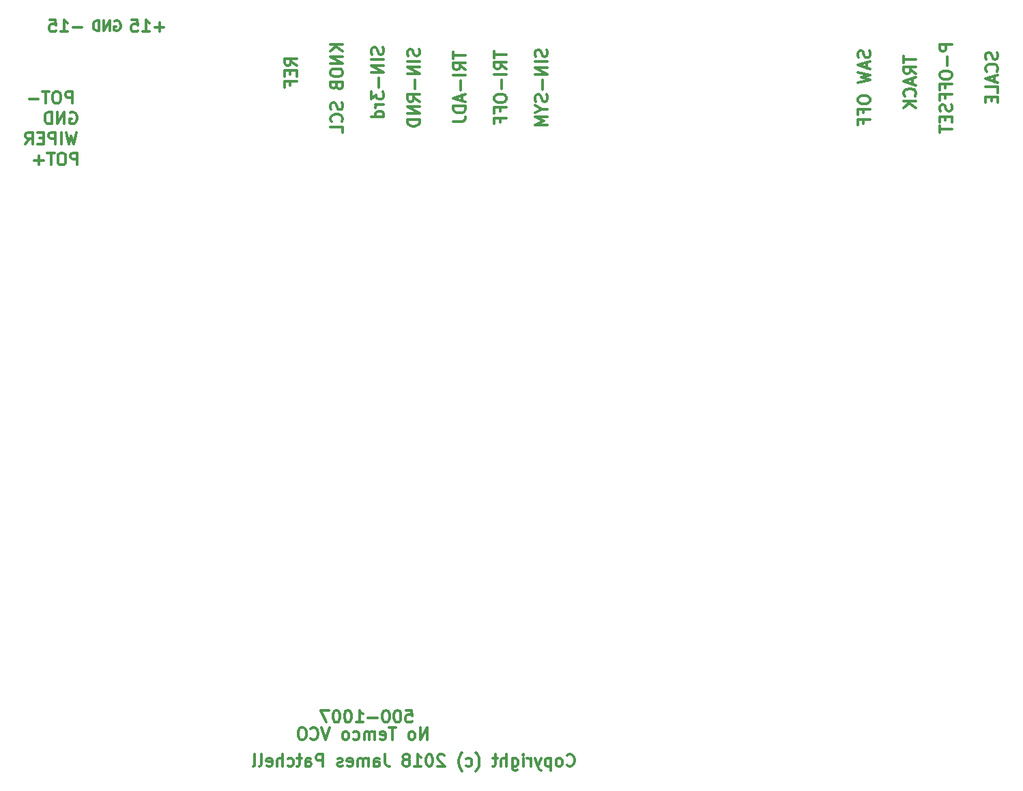
<source format=gbr>
G04 #@! TF.GenerationSoftware,KiCad,Pcbnew,(5.0.0)*
G04 #@! TF.CreationDate,2018-10-08T11:41:11-07:00*
G04 #@! TF.ProjectId,500-1007,3530302D313030372E6B696361645F70,A*
G04 #@! TF.SameCoordinates,Original*
G04 #@! TF.FileFunction,Legend,Bot*
G04 #@! TF.FilePolarity,Positive*
%FSLAX46Y46*%
G04 Gerber Fmt 4.6, Leading zero omitted, Abs format (unit mm)*
G04 Created by KiCad (PCBNEW (5.0.0)) date 10/08/18 11:41:11*
%MOMM*%
%LPD*%
G01*
G04 APERTURE LIST*
%ADD10C,0.300000*%
G04 APERTURE END LIST*
D10*
X140884285Y-132234714D02*
X140955714Y-132306142D01*
X141170000Y-132377571D01*
X141312857Y-132377571D01*
X141527142Y-132306142D01*
X141670000Y-132163285D01*
X141741428Y-132020428D01*
X141812857Y-131734714D01*
X141812857Y-131520428D01*
X141741428Y-131234714D01*
X141670000Y-131091857D01*
X141527142Y-130949000D01*
X141312857Y-130877571D01*
X141170000Y-130877571D01*
X140955714Y-130949000D01*
X140884285Y-131020428D01*
X140027142Y-132377571D02*
X140170000Y-132306142D01*
X140241428Y-132234714D01*
X140312857Y-132091857D01*
X140312857Y-131663285D01*
X140241428Y-131520428D01*
X140170000Y-131449000D01*
X140027142Y-131377571D01*
X139812857Y-131377571D01*
X139670000Y-131449000D01*
X139598571Y-131520428D01*
X139527142Y-131663285D01*
X139527142Y-132091857D01*
X139598571Y-132234714D01*
X139670000Y-132306142D01*
X139812857Y-132377571D01*
X140027142Y-132377571D01*
X138884285Y-131377571D02*
X138884285Y-132877571D01*
X138884285Y-131449000D02*
X138741428Y-131377571D01*
X138455714Y-131377571D01*
X138312857Y-131449000D01*
X138241428Y-131520428D01*
X138170000Y-131663285D01*
X138170000Y-132091857D01*
X138241428Y-132234714D01*
X138312857Y-132306142D01*
X138455714Y-132377571D01*
X138741428Y-132377571D01*
X138884285Y-132306142D01*
X137670000Y-131377571D02*
X137312857Y-132377571D01*
X136955714Y-131377571D02*
X137312857Y-132377571D01*
X137455714Y-132734714D01*
X137527142Y-132806142D01*
X137670000Y-132877571D01*
X136384285Y-132377571D02*
X136384285Y-131377571D01*
X136384285Y-131663285D02*
X136312857Y-131520428D01*
X136241428Y-131449000D01*
X136098571Y-131377571D01*
X135955714Y-131377571D01*
X135455714Y-132377571D02*
X135455714Y-131377571D01*
X135455714Y-130877571D02*
X135527142Y-130949000D01*
X135455714Y-131020428D01*
X135384285Y-130949000D01*
X135455714Y-130877571D01*
X135455714Y-131020428D01*
X134098571Y-131377571D02*
X134098571Y-132591857D01*
X134170000Y-132734714D01*
X134241428Y-132806142D01*
X134384285Y-132877571D01*
X134598571Y-132877571D01*
X134741428Y-132806142D01*
X134098571Y-132306142D02*
X134241428Y-132377571D01*
X134527142Y-132377571D01*
X134670000Y-132306142D01*
X134741428Y-132234714D01*
X134812857Y-132091857D01*
X134812857Y-131663285D01*
X134741428Y-131520428D01*
X134670000Y-131449000D01*
X134527142Y-131377571D01*
X134241428Y-131377571D01*
X134098571Y-131449000D01*
X133384285Y-132377571D02*
X133384285Y-130877571D01*
X132741428Y-132377571D02*
X132741428Y-131591857D01*
X132812857Y-131449000D01*
X132955714Y-131377571D01*
X133170000Y-131377571D01*
X133312857Y-131449000D01*
X133384285Y-131520428D01*
X132241428Y-131377571D02*
X131670000Y-131377571D01*
X132027142Y-130877571D02*
X132027142Y-132163285D01*
X131955714Y-132306142D01*
X131812857Y-132377571D01*
X131670000Y-132377571D01*
X129598571Y-132949000D02*
X129670000Y-132877571D01*
X129812857Y-132663285D01*
X129884285Y-132520428D01*
X129955714Y-132306142D01*
X130027142Y-131949000D01*
X130027142Y-131663285D01*
X129955714Y-131306142D01*
X129884285Y-131091857D01*
X129812857Y-130949000D01*
X129670000Y-130734714D01*
X129598571Y-130663285D01*
X128384285Y-132306142D02*
X128527142Y-132377571D01*
X128812857Y-132377571D01*
X128955714Y-132306142D01*
X129027142Y-132234714D01*
X129098571Y-132091857D01*
X129098571Y-131663285D01*
X129027142Y-131520428D01*
X128955714Y-131449000D01*
X128812857Y-131377571D01*
X128527142Y-131377571D01*
X128384285Y-131449000D01*
X127884285Y-132949000D02*
X127812857Y-132877571D01*
X127670000Y-132663285D01*
X127598571Y-132520428D01*
X127527142Y-132306142D01*
X127455714Y-131949000D01*
X127455714Y-131663285D01*
X127527142Y-131306142D01*
X127598571Y-131091857D01*
X127670000Y-130949000D01*
X127812857Y-130734714D01*
X127884285Y-130663285D01*
X125670000Y-131020428D02*
X125598571Y-130949000D01*
X125455714Y-130877571D01*
X125098571Y-130877571D01*
X124955714Y-130949000D01*
X124884285Y-131020428D01*
X124812857Y-131163285D01*
X124812857Y-131306142D01*
X124884285Y-131520428D01*
X125741428Y-132377571D01*
X124812857Y-132377571D01*
X123884285Y-130877571D02*
X123741428Y-130877571D01*
X123598571Y-130949000D01*
X123527142Y-131020428D01*
X123455714Y-131163285D01*
X123384285Y-131449000D01*
X123384285Y-131806142D01*
X123455714Y-132091857D01*
X123527142Y-132234714D01*
X123598571Y-132306142D01*
X123741428Y-132377571D01*
X123884285Y-132377571D01*
X124027142Y-132306142D01*
X124098571Y-132234714D01*
X124170000Y-132091857D01*
X124241428Y-131806142D01*
X124241428Y-131449000D01*
X124170000Y-131163285D01*
X124098571Y-131020428D01*
X124027142Y-130949000D01*
X123884285Y-130877571D01*
X121955714Y-132377571D02*
X122812857Y-132377571D01*
X122384285Y-132377571D02*
X122384285Y-130877571D01*
X122527142Y-131091857D01*
X122670000Y-131234714D01*
X122812857Y-131306142D01*
X121098571Y-131520428D02*
X121241428Y-131449000D01*
X121312857Y-131377571D01*
X121384285Y-131234714D01*
X121384285Y-131163285D01*
X121312857Y-131020428D01*
X121241428Y-130949000D01*
X121098571Y-130877571D01*
X120812857Y-130877571D01*
X120670000Y-130949000D01*
X120598571Y-131020428D01*
X120527142Y-131163285D01*
X120527142Y-131234714D01*
X120598571Y-131377571D01*
X120670000Y-131449000D01*
X120812857Y-131520428D01*
X121098571Y-131520428D01*
X121241428Y-131591857D01*
X121312857Y-131663285D01*
X121384285Y-131806142D01*
X121384285Y-132091857D01*
X121312857Y-132234714D01*
X121241428Y-132306142D01*
X121098571Y-132377571D01*
X120812857Y-132377571D01*
X120670000Y-132306142D01*
X120598571Y-132234714D01*
X120527142Y-132091857D01*
X120527142Y-131806142D01*
X120598571Y-131663285D01*
X120670000Y-131591857D01*
X120812857Y-131520428D01*
X118312857Y-130877571D02*
X118312857Y-131949000D01*
X118384285Y-132163285D01*
X118527142Y-132306142D01*
X118741428Y-132377571D01*
X118884285Y-132377571D01*
X116955714Y-132377571D02*
X116955714Y-131591857D01*
X117027142Y-131449000D01*
X117170000Y-131377571D01*
X117455714Y-131377571D01*
X117598571Y-131449000D01*
X116955714Y-132306142D02*
X117098571Y-132377571D01*
X117455714Y-132377571D01*
X117598571Y-132306142D01*
X117670000Y-132163285D01*
X117670000Y-132020428D01*
X117598571Y-131877571D01*
X117455714Y-131806142D01*
X117098571Y-131806142D01*
X116955714Y-131734714D01*
X116241428Y-132377571D02*
X116241428Y-131377571D01*
X116241428Y-131520428D02*
X116170000Y-131449000D01*
X116027142Y-131377571D01*
X115812857Y-131377571D01*
X115670000Y-131449000D01*
X115598571Y-131591857D01*
X115598571Y-132377571D01*
X115598571Y-131591857D02*
X115527142Y-131449000D01*
X115384285Y-131377571D01*
X115170000Y-131377571D01*
X115027142Y-131449000D01*
X114955714Y-131591857D01*
X114955714Y-132377571D01*
X113670000Y-132306142D02*
X113812857Y-132377571D01*
X114098571Y-132377571D01*
X114241428Y-132306142D01*
X114312857Y-132163285D01*
X114312857Y-131591857D01*
X114241428Y-131449000D01*
X114098571Y-131377571D01*
X113812857Y-131377571D01*
X113670000Y-131449000D01*
X113598571Y-131591857D01*
X113598571Y-131734714D01*
X114312857Y-131877571D01*
X113027142Y-132306142D02*
X112884285Y-132377571D01*
X112598571Y-132377571D01*
X112455714Y-132306142D01*
X112384285Y-132163285D01*
X112384285Y-132091857D01*
X112455714Y-131949000D01*
X112598571Y-131877571D01*
X112812857Y-131877571D01*
X112955714Y-131806142D01*
X113027142Y-131663285D01*
X113027142Y-131591857D01*
X112955714Y-131449000D01*
X112812857Y-131377571D01*
X112598571Y-131377571D01*
X112455714Y-131449000D01*
X110598571Y-132377571D02*
X110598571Y-130877571D01*
X110027142Y-130877571D01*
X109884285Y-130949000D01*
X109812857Y-131020428D01*
X109741428Y-131163285D01*
X109741428Y-131377571D01*
X109812857Y-131520428D01*
X109884285Y-131591857D01*
X110027142Y-131663285D01*
X110598571Y-131663285D01*
X108455714Y-132377571D02*
X108455714Y-131591857D01*
X108527142Y-131449000D01*
X108670000Y-131377571D01*
X108955714Y-131377571D01*
X109098571Y-131449000D01*
X108455714Y-132306142D02*
X108598571Y-132377571D01*
X108955714Y-132377571D01*
X109098571Y-132306142D01*
X109170000Y-132163285D01*
X109170000Y-132020428D01*
X109098571Y-131877571D01*
X108955714Y-131806142D01*
X108598571Y-131806142D01*
X108455714Y-131734714D01*
X107955714Y-131377571D02*
X107384285Y-131377571D01*
X107741428Y-130877571D02*
X107741428Y-132163285D01*
X107670000Y-132306142D01*
X107527142Y-132377571D01*
X107384285Y-132377571D01*
X106241428Y-132306142D02*
X106384285Y-132377571D01*
X106670000Y-132377571D01*
X106812857Y-132306142D01*
X106884285Y-132234714D01*
X106955714Y-132091857D01*
X106955714Y-131663285D01*
X106884285Y-131520428D01*
X106812857Y-131449000D01*
X106670000Y-131377571D01*
X106384285Y-131377571D01*
X106241428Y-131449000D01*
X105598571Y-132377571D02*
X105598571Y-130877571D01*
X104955714Y-132377571D02*
X104955714Y-131591857D01*
X105027142Y-131449000D01*
X105170000Y-131377571D01*
X105384285Y-131377571D01*
X105527142Y-131449000D01*
X105598571Y-131520428D01*
X103670000Y-132306142D02*
X103812857Y-132377571D01*
X104098571Y-132377571D01*
X104241428Y-132306142D01*
X104312857Y-132163285D01*
X104312857Y-131591857D01*
X104241428Y-131449000D01*
X104098571Y-131377571D01*
X103812857Y-131377571D01*
X103670000Y-131449000D01*
X103598571Y-131591857D01*
X103598571Y-131734714D01*
X104312857Y-131877571D01*
X102741428Y-132377571D02*
X102884285Y-132306142D01*
X102955714Y-132163285D01*
X102955714Y-130877571D01*
X101955714Y-132377571D02*
X102098571Y-132306142D01*
X102170000Y-132163285D01*
X102170000Y-130877571D01*
X123534285Y-129075571D02*
X123534285Y-127575571D01*
X122677142Y-129075571D01*
X122677142Y-127575571D01*
X121748571Y-129075571D02*
X121891428Y-129004142D01*
X121962857Y-128932714D01*
X122034285Y-128789857D01*
X122034285Y-128361285D01*
X121962857Y-128218428D01*
X121891428Y-128147000D01*
X121748571Y-128075571D01*
X121534285Y-128075571D01*
X121391428Y-128147000D01*
X121320000Y-128218428D01*
X121248571Y-128361285D01*
X121248571Y-128789857D01*
X121320000Y-128932714D01*
X121391428Y-129004142D01*
X121534285Y-129075571D01*
X121748571Y-129075571D01*
X119677142Y-127575571D02*
X118820000Y-127575571D01*
X119248571Y-129075571D02*
X119248571Y-127575571D01*
X117748571Y-129004142D02*
X117891428Y-129075571D01*
X118177142Y-129075571D01*
X118320000Y-129004142D01*
X118391428Y-128861285D01*
X118391428Y-128289857D01*
X118320000Y-128147000D01*
X118177142Y-128075571D01*
X117891428Y-128075571D01*
X117748571Y-128147000D01*
X117677142Y-128289857D01*
X117677142Y-128432714D01*
X118391428Y-128575571D01*
X117034285Y-129075571D02*
X117034285Y-128075571D01*
X117034285Y-128218428D02*
X116962857Y-128147000D01*
X116820000Y-128075571D01*
X116605714Y-128075571D01*
X116462857Y-128147000D01*
X116391428Y-128289857D01*
X116391428Y-129075571D01*
X116391428Y-128289857D02*
X116320000Y-128147000D01*
X116177142Y-128075571D01*
X115962857Y-128075571D01*
X115820000Y-128147000D01*
X115748571Y-128289857D01*
X115748571Y-129075571D01*
X114391428Y-129004142D02*
X114534285Y-129075571D01*
X114820000Y-129075571D01*
X114962857Y-129004142D01*
X115034285Y-128932714D01*
X115105714Y-128789857D01*
X115105714Y-128361285D01*
X115034285Y-128218428D01*
X114962857Y-128147000D01*
X114820000Y-128075571D01*
X114534285Y-128075571D01*
X114391428Y-128147000D01*
X113534285Y-129075571D02*
X113677142Y-129004142D01*
X113748571Y-128932714D01*
X113820000Y-128789857D01*
X113820000Y-128361285D01*
X113748571Y-128218428D01*
X113677142Y-128147000D01*
X113534285Y-128075571D01*
X113320000Y-128075571D01*
X113177142Y-128147000D01*
X113105714Y-128218428D01*
X113034285Y-128361285D01*
X113034285Y-128789857D01*
X113105714Y-128932714D01*
X113177142Y-129004142D01*
X113320000Y-129075571D01*
X113534285Y-129075571D01*
X111462857Y-127575571D02*
X110962857Y-129075571D01*
X110462857Y-127575571D01*
X109105714Y-128932714D02*
X109177142Y-129004142D01*
X109391428Y-129075571D01*
X109534285Y-129075571D01*
X109748571Y-129004142D01*
X109891428Y-128861285D01*
X109962857Y-128718428D01*
X110034285Y-128432714D01*
X110034285Y-128218428D01*
X109962857Y-127932714D01*
X109891428Y-127789857D01*
X109748571Y-127647000D01*
X109534285Y-127575571D01*
X109391428Y-127575571D01*
X109177142Y-127647000D01*
X109105714Y-127718428D01*
X108177142Y-127575571D02*
X107891428Y-127575571D01*
X107748571Y-127647000D01*
X107605714Y-127789857D01*
X107534285Y-128075571D01*
X107534285Y-128575571D01*
X107605714Y-128861285D01*
X107748571Y-129004142D01*
X107891428Y-129075571D01*
X108177142Y-129075571D01*
X108320000Y-129004142D01*
X108462857Y-128861285D01*
X108534285Y-128575571D01*
X108534285Y-128075571D01*
X108462857Y-127789857D01*
X108320000Y-127647000D01*
X108177142Y-127575571D01*
X120935142Y-125416571D02*
X121649428Y-125416571D01*
X121720857Y-126130857D01*
X121649428Y-126059428D01*
X121506571Y-125988000D01*
X121149428Y-125988000D01*
X121006571Y-126059428D01*
X120935142Y-126130857D01*
X120863714Y-126273714D01*
X120863714Y-126630857D01*
X120935142Y-126773714D01*
X121006571Y-126845142D01*
X121149428Y-126916571D01*
X121506571Y-126916571D01*
X121649428Y-126845142D01*
X121720857Y-126773714D01*
X119935142Y-125416571D02*
X119792285Y-125416571D01*
X119649428Y-125488000D01*
X119578000Y-125559428D01*
X119506571Y-125702285D01*
X119435142Y-125988000D01*
X119435142Y-126345142D01*
X119506571Y-126630857D01*
X119578000Y-126773714D01*
X119649428Y-126845142D01*
X119792285Y-126916571D01*
X119935142Y-126916571D01*
X120078000Y-126845142D01*
X120149428Y-126773714D01*
X120220857Y-126630857D01*
X120292285Y-126345142D01*
X120292285Y-125988000D01*
X120220857Y-125702285D01*
X120149428Y-125559428D01*
X120078000Y-125488000D01*
X119935142Y-125416571D01*
X118506571Y-125416571D02*
X118363714Y-125416571D01*
X118220857Y-125488000D01*
X118149428Y-125559428D01*
X118078000Y-125702285D01*
X118006571Y-125988000D01*
X118006571Y-126345142D01*
X118078000Y-126630857D01*
X118149428Y-126773714D01*
X118220857Y-126845142D01*
X118363714Y-126916571D01*
X118506571Y-126916571D01*
X118649428Y-126845142D01*
X118720857Y-126773714D01*
X118792285Y-126630857D01*
X118863714Y-126345142D01*
X118863714Y-125988000D01*
X118792285Y-125702285D01*
X118720857Y-125559428D01*
X118649428Y-125488000D01*
X118506571Y-125416571D01*
X117363714Y-126345142D02*
X116220857Y-126345142D01*
X114720857Y-126916571D02*
X115578000Y-126916571D01*
X115149428Y-126916571D02*
X115149428Y-125416571D01*
X115292285Y-125630857D01*
X115435142Y-125773714D01*
X115578000Y-125845142D01*
X113792285Y-125416571D02*
X113649428Y-125416571D01*
X113506571Y-125488000D01*
X113435142Y-125559428D01*
X113363714Y-125702285D01*
X113292285Y-125988000D01*
X113292285Y-126345142D01*
X113363714Y-126630857D01*
X113435142Y-126773714D01*
X113506571Y-126845142D01*
X113649428Y-126916571D01*
X113792285Y-126916571D01*
X113935142Y-126845142D01*
X114006571Y-126773714D01*
X114078000Y-126630857D01*
X114149428Y-126345142D01*
X114149428Y-125988000D01*
X114078000Y-125702285D01*
X114006571Y-125559428D01*
X113935142Y-125488000D01*
X113792285Y-125416571D01*
X112363714Y-125416571D02*
X112220857Y-125416571D01*
X112078000Y-125488000D01*
X112006571Y-125559428D01*
X111935142Y-125702285D01*
X111863714Y-125988000D01*
X111863714Y-126345142D01*
X111935142Y-126630857D01*
X112006571Y-126773714D01*
X112078000Y-126845142D01*
X112220857Y-126916571D01*
X112363714Y-126916571D01*
X112506571Y-126845142D01*
X112578000Y-126773714D01*
X112649428Y-126630857D01*
X112720857Y-126345142D01*
X112720857Y-125988000D01*
X112649428Y-125702285D01*
X112578000Y-125559428D01*
X112506571Y-125488000D01*
X112363714Y-125416571D01*
X111363714Y-125416571D02*
X110363714Y-125416571D01*
X111006571Y-126916571D01*
X90900000Y-40747142D02*
X89757142Y-40747142D01*
X90328571Y-41318571D02*
X90328571Y-40175714D01*
X88257142Y-41318571D02*
X89114285Y-41318571D01*
X88685714Y-41318571D02*
X88685714Y-39818571D01*
X88828571Y-40032857D01*
X88971428Y-40175714D01*
X89114285Y-40247142D01*
X86900000Y-39818571D02*
X87614285Y-39818571D01*
X87685714Y-40532857D01*
X87614285Y-40461428D01*
X87471428Y-40390000D01*
X87114285Y-40390000D01*
X86971428Y-40461428D01*
X86900000Y-40532857D01*
X86828571Y-40675714D01*
X86828571Y-41032857D01*
X86900000Y-41175714D01*
X86971428Y-41247142D01*
X87114285Y-41318571D01*
X87471428Y-41318571D01*
X87614285Y-41247142D01*
X87685714Y-41175714D01*
X80740000Y-40747142D02*
X79597142Y-40747142D01*
X78097142Y-41318571D02*
X78954285Y-41318571D01*
X78525714Y-41318571D02*
X78525714Y-39818571D01*
X78668571Y-40032857D01*
X78811428Y-40175714D01*
X78954285Y-40247142D01*
X76740000Y-39818571D02*
X77454285Y-39818571D01*
X77525714Y-40532857D01*
X77454285Y-40461428D01*
X77311428Y-40390000D01*
X76954285Y-40390000D01*
X76811428Y-40461428D01*
X76740000Y-40532857D01*
X76668571Y-40675714D01*
X76668571Y-41032857D01*
X76740000Y-41175714D01*
X76811428Y-41247142D01*
X76954285Y-41318571D01*
X77311428Y-41318571D01*
X77454285Y-41247142D01*
X77525714Y-41175714D01*
X84787619Y-40005000D02*
X84908571Y-39944523D01*
X85090000Y-39944523D01*
X85271428Y-40005000D01*
X85392380Y-40125952D01*
X85452857Y-40246904D01*
X85513333Y-40488809D01*
X85513333Y-40670238D01*
X85452857Y-40912142D01*
X85392380Y-41033095D01*
X85271428Y-41154047D01*
X85090000Y-41214523D01*
X84969047Y-41214523D01*
X84787619Y-41154047D01*
X84727142Y-41093571D01*
X84727142Y-40670238D01*
X84969047Y-40670238D01*
X84182857Y-41214523D02*
X84182857Y-39944523D01*
X83457142Y-41214523D01*
X83457142Y-39944523D01*
X82852380Y-41214523D02*
X82852380Y-39944523D01*
X82550000Y-39944523D01*
X82368571Y-40005000D01*
X82247619Y-40125952D01*
X82187142Y-40246904D01*
X82126666Y-40488809D01*
X82126666Y-40670238D01*
X82187142Y-40912142D01*
X82247619Y-41033095D01*
X82368571Y-41154047D01*
X82550000Y-41214523D01*
X82852380Y-41214523D01*
X80148571Y-57828571D02*
X80148571Y-56328571D01*
X79577142Y-56328571D01*
X79434285Y-56400000D01*
X79362857Y-56471428D01*
X79291428Y-56614285D01*
X79291428Y-56828571D01*
X79362857Y-56971428D01*
X79434285Y-57042857D01*
X79577142Y-57114285D01*
X80148571Y-57114285D01*
X78362857Y-56328571D02*
X78077142Y-56328571D01*
X77934285Y-56400000D01*
X77791428Y-56542857D01*
X77720000Y-56828571D01*
X77720000Y-57328571D01*
X77791428Y-57614285D01*
X77934285Y-57757142D01*
X78077142Y-57828571D01*
X78362857Y-57828571D01*
X78505714Y-57757142D01*
X78648571Y-57614285D01*
X78720000Y-57328571D01*
X78720000Y-56828571D01*
X78648571Y-56542857D01*
X78505714Y-56400000D01*
X78362857Y-56328571D01*
X77291428Y-56328571D02*
X76434285Y-56328571D01*
X76862857Y-57828571D02*
X76862857Y-56328571D01*
X75934285Y-57257142D02*
X74791428Y-57257142D01*
X75362857Y-57828571D02*
X75362857Y-56685714D01*
X80013571Y-53788571D02*
X79656428Y-55288571D01*
X79370714Y-54217142D01*
X79085000Y-55288571D01*
X78727857Y-53788571D01*
X78156428Y-55288571D02*
X78156428Y-53788571D01*
X77442142Y-55288571D02*
X77442142Y-53788571D01*
X76870714Y-53788571D01*
X76727857Y-53860000D01*
X76656428Y-53931428D01*
X76585000Y-54074285D01*
X76585000Y-54288571D01*
X76656428Y-54431428D01*
X76727857Y-54502857D01*
X76870714Y-54574285D01*
X77442142Y-54574285D01*
X75942142Y-54502857D02*
X75442142Y-54502857D01*
X75227857Y-55288571D02*
X75942142Y-55288571D01*
X75942142Y-53788571D01*
X75227857Y-53788571D01*
X73727857Y-55288571D02*
X74227857Y-54574285D01*
X74585000Y-55288571D02*
X74585000Y-53788571D01*
X74013571Y-53788571D01*
X73870714Y-53860000D01*
X73799285Y-53931428D01*
X73727857Y-54074285D01*
X73727857Y-54288571D01*
X73799285Y-54431428D01*
X73870714Y-54502857D01*
X74013571Y-54574285D01*
X74585000Y-54574285D01*
X79247857Y-51320000D02*
X79390714Y-51248571D01*
X79605000Y-51248571D01*
X79819285Y-51320000D01*
X79962142Y-51462857D01*
X80033571Y-51605714D01*
X80105000Y-51891428D01*
X80105000Y-52105714D01*
X80033571Y-52391428D01*
X79962142Y-52534285D01*
X79819285Y-52677142D01*
X79605000Y-52748571D01*
X79462142Y-52748571D01*
X79247857Y-52677142D01*
X79176428Y-52605714D01*
X79176428Y-52105714D01*
X79462142Y-52105714D01*
X78533571Y-52748571D02*
X78533571Y-51248571D01*
X77676428Y-52748571D01*
X77676428Y-51248571D01*
X76962142Y-52748571D02*
X76962142Y-51248571D01*
X76605000Y-51248571D01*
X76390714Y-51320000D01*
X76247857Y-51462857D01*
X76176428Y-51605714D01*
X76105000Y-51891428D01*
X76105000Y-52105714D01*
X76176428Y-52391428D01*
X76247857Y-52534285D01*
X76390714Y-52677142D01*
X76605000Y-52748571D01*
X76962142Y-52748571D01*
X79513571Y-50208571D02*
X79513571Y-48708571D01*
X78942142Y-48708571D01*
X78799285Y-48780000D01*
X78727857Y-48851428D01*
X78656428Y-48994285D01*
X78656428Y-49208571D01*
X78727857Y-49351428D01*
X78799285Y-49422857D01*
X78942142Y-49494285D01*
X79513571Y-49494285D01*
X77727857Y-48708571D02*
X77442142Y-48708571D01*
X77299285Y-48780000D01*
X77156428Y-48922857D01*
X77085000Y-49208571D01*
X77085000Y-49708571D01*
X77156428Y-49994285D01*
X77299285Y-50137142D01*
X77442142Y-50208571D01*
X77727857Y-50208571D01*
X77870714Y-50137142D01*
X78013571Y-49994285D01*
X78085000Y-49708571D01*
X78085000Y-49208571D01*
X78013571Y-48922857D01*
X77870714Y-48780000D01*
X77727857Y-48708571D01*
X76656428Y-48708571D02*
X75799285Y-48708571D01*
X76227857Y-50208571D02*
X76227857Y-48708571D01*
X75299285Y-49637142D02*
X74156428Y-49637142D01*
X113073571Y-42902857D02*
X111573571Y-42902857D01*
X113073571Y-43760000D02*
X112216428Y-43117142D01*
X111573571Y-43760000D02*
X112430714Y-42902857D01*
X113073571Y-44402857D02*
X111573571Y-44402857D01*
X113073571Y-45260000D01*
X111573571Y-45260000D01*
X111573571Y-46260000D02*
X111573571Y-46545714D01*
X111645000Y-46688571D01*
X111787857Y-46831428D01*
X112073571Y-46902857D01*
X112573571Y-46902857D01*
X112859285Y-46831428D01*
X113002142Y-46688571D01*
X113073571Y-46545714D01*
X113073571Y-46260000D01*
X113002142Y-46117142D01*
X112859285Y-45974285D01*
X112573571Y-45902857D01*
X112073571Y-45902857D01*
X111787857Y-45974285D01*
X111645000Y-46117142D01*
X111573571Y-46260000D01*
X112287857Y-48045714D02*
X112359285Y-48260000D01*
X112430714Y-48331428D01*
X112573571Y-48402857D01*
X112787857Y-48402857D01*
X112930714Y-48331428D01*
X113002142Y-48260000D01*
X113073571Y-48117142D01*
X113073571Y-47545714D01*
X111573571Y-47545714D01*
X111573571Y-48045714D01*
X111645000Y-48188571D01*
X111716428Y-48260000D01*
X111859285Y-48331428D01*
X112002142Y-48331428D01*
X112145000Y-48260000D01*
X112216428Y-48188571D01*
X112287857Y-48045714D01*
X112287857Y-47545714D01*
X113002142Y-50117142D02*
X113073571Y-50331428D01*
X113073571Y-50688571D01*
X113002142Y-50831428D01*
X112930714Y-50902857D01*
X112787857Y-50974285D01*
X112645000Y-50974285D01*
X112502142Y-50902857D01*
X112430714Y-50831428D01*
X112359285Y-50688571D01*
X112287857Y-50402857D01*
X112216428Y-50260000D01*
X112145000Y-50188571D01*
X112002142Y-50117142D01*
X111859285Y-50117142D01*
X111716428Y-50188571D01*
X111645000Y-50260000D01*
X111573571Y-50402857D01*
X111573571Y-50760000D01*
X111645000Y-50974285D01*
X112930714Y-52474285D02*
X113002142Y-52402857D01*
X113073571Y-52188571D01*
X113073571Y-52045714D01*
X113002142Y-51831428D01*
X112859285Y-51688571D01*
X112716428Y-51617142D01*
X112430714Y-51545714D01*
X112216428Y-51545714D01*
X111930714Y-51617142D01*
X111787857Y-51688571D01*
X111645000Y-51831428D01*
X111573571Y-52045714D01*
X111573571Y-52188571D01*
X111645000Y-52402857D01*
X111716428Y-52474285D01*
X113073571Y-53831428D02*
X113073571Y-53117142D01*
X111573571Y-53117142D01*
X107358571Y-45497857D02*
X106644285Y-44997857D01*
X107358571Y-44640714D02*
X105858571Y-44640714D01*
X105858571Y-45212142D01*
X105930000Y-45355000D01*
X106001428Y-45426428D01*
X106144285Y-45497857D01*
X106358571Y-45497857D01*
X106501428Y-45426428D01*
X106572857Y-45355000D01*
X106644285Y-45212142D01*
X106644285Y-44640714D01*
X106572857Y-46140714D02*
X106572857Y-46640714D01*
X107358571Y-46855000D02*
X107358571Y-46140714D01*
X105858571Y-46140714D01*
X105858571Y-46855000D01*
X106572857Y-47997857D02*
X106572857Y-47497857D01*
X107358571Y-47497857D02*
X105858571Y-47497857D01*
X105858571Y-48212142D01*
X126813571Y-43831428D02*
X126813571Y-44688571D01*
X128313571Y-44260000D02*
X126813571Y-44260000D01*
X128313571Y-46045714D02*
X127599285Y-45545714D01*
X128313571Y-45188571D02*
X126813571Y-45188571D01*
X126813571Y-45760000D01*
X126885000Y-45902857D01*
X126956428Y-45974285D01*
X127099285Y-46045714D01*
X127313571Y-46045714D01*
X127456428Y-45974285D01*
X127527857Y-45902857D01*
X127599285Y-45760000D01*
X127599285Y-45188571D01*
X128313571Y-46688571D02*
X126813571Y-46688571D01*
X127742142Y-47402857D02*
X127742142Y-48545714D01*
X127885000Y-49188571D02*
X127885000Y-49902857D01*
X128313571Y-49045714D02*
X126813571Y-49545714D01*
X128313571Y-50045714D01*
X128313571Y-50545714D02*
X126813571Y-50545714D01*
X126813571Y-50902857D01*
X126885000Y-51117142D01*
X127027857Y-51260000D01*
X127170714Y-51331428D01*
X127456428Y-51402857D01*
X127670714Y-51402857D01*
X127956428Y-51331428D01*
X128099285Y-51260000D01*
X128242142Y-51117142D01*
X128313571Y-50902857D01*
X128313571Y-50545714D01*
X126813571Y-52474285D02*
X127885000Y-52474285D01*
X128099285Y-52402857D01*
X128242142Y-52260000D01*
X128313571Y-52045714D01*
X128313571Y-51902857D01*
X131893571Y-43724285D02*
X131893571Y-44581428D01*
X133393571Y-44152857D02*
X131893571Y-44152857D01*
X133393571Y-45938571D02*
X132679285Y-45438571D01*
X133393571Y-45081428D02*
X131893571Y-45081428D01*
X131893571Y-45652857D01*
X131965000Y-45795714D01*
X132036428Y-45867142D01*
X132179285Y-45938571D01*
X132393571Y-45938571D01*
X132536428Y-45867142D01*
X132607857Y-45795714D01*
X132679285Y-45652857D01*
X132679285Y-45081428D01*
X133393571Y-46581428D02*
X131893571Y-46581428D01*
X132822142Y-47295714D02*
X132822142Y-48438571D01*
X131893571Y-49438571D02*
X131893571Y-49724285D01*
X131965000Y-49867142D01*
X132107857Y-50010000D01*
X132393571Y-50081428D01*
X132893571Y-50081428D01*
X133179285Y-50010000D01*
X133322142Y-49867142D01*
X133393571Y-49724285D01*
X133393571Y-49438571D01*
X133322142Y-49295714D01*
X133179285Y-49152857D01*
X132893571Y-49081428D01*
X132393571Y-49081428D01*
X132107857Y-49152857D01*
X131965000Y-49295714D01*
X131893571Y-49438571D01*
X132607857Y-51224285D02*
X132607857Y-50724285D01*
X133393571Y-50724285D02*
X131893571Y-50724285D01*
X131893571Y-51438571D01*
X132607857Y-52510000D02*
X132607857Y-52010000D01*
X133393571Y-52010000D02*
X131893571Y-52010000D01*
X131893571Y-52724285D01*
X122527142Y-43474285D02*
X122598571Y-43688571D01*
X122598571Y-44045714D01*
X122527142Y-44188571D01*
X122455714Y-44260000D01*
X122312857Y-44331428D01*
X122170000Y-44331428D01*
X122027142Y-44260000D01*
X121955714Y-44188571D01*
X121884285Y-44045714D01*
X121812857Y-43760000D01*
X121741428Y-43617142D01*
X121670000Y-43545714D01*
X121527142Y-43474285D01*
X121384285Y-43474285D01*
X121241428Y-43545714D01*
X121170000Y-43617142D01*
X121098571Y-43760000D01*
X121098571Y-44117142D01*
X121170000Y-44331428D01*
X122598571Y-44974285D02*
X121098571Y-44974285D01*
X122598571Y-45688571D02*
X121098571Y-45688571D01*
X122598571Y-46545714D01*
X121098571Y-46545714D01*
X122027142Y-47260000D02*
X122027142Y-48402857D01*
X122598571Y-49974285D02*
X121884285Y-49474285D01*
X122598571Y-49117142D02*
X121098571Y-49117142D01*
X121098571Y-49688571D01*
X121170000Y-49831428D01*
X121241428Y-49902857D01*
X121384285Y-49974285D01*
X121598571Y-49974285D01*
X121741428Y-49902857D01*
X121812857Y-49831428D01*
X121884285Y-49688571D01*
X121884285Y-49117142D01*
X122598571Y-50617142D02*
X121098571Y-50617142D01*
X122598571Y-51474285D01*
X121098571Y-51474285D01*
X122598571Y-52188571D02*
X121098571Y-52188571D01*
X121098571Y-52545714D01*
X121170000Y-52760000D01*
X121312857Y-52902857D01*
X121455714Y-52974285D01*
X121741428Y-53045714D01*
X121955714Y-53045714D01*
X122241428Y-52974285D01*
X122384285Y-52902857D01*
X122527142Y-52760000D01*
X122598571Y-52545714D01*
X122598571Y-52188571D01*
X138402142Y-43545714D02*
X138473571Y-43760000D01*
X138473571Y-44117142D01*
X138402142Y-44260000D01*
X138330714Y-44331428D01*
X138187857Y-44402857D01*
X138045000Y-44402857D01*
X137902142Y-44331428D01*
X137830714Y-44260000D01*
X137759285Y-44117142D01*
X137687857Y-43831428D01*
X137616428Y-43688571D01*
X137545000Y-43617142D01*
X137402142Y-43545714D01*
X137259285Y-43545714D01*
X137116428Y-43617142D01*
X137045000Y-43688571D01*
X136973571Y-43831428D01*
X136973571Y-44188571D01*
X137045000Y-44402857D01*
X138473571Y-45045714D02*
X136973571Y-45045714D01*
X138473571Y-45760000D02*
X136973571Y-45760000D01*
X138473571Y-46617142D01*
X136973571Y-46617142D01*
X137902142Y-47331428D02*
X137902142Y-48474285D01*
X138402142Y-49117142D02*
X138473571Y-49331428D01*
X138473571Y-49688571D01*
X138402142Y-49831428D01*
X138330714Y-49902857D01*
X138187857Y-49974285D01*
X138045000Y-49974285D01*
X137902142Y-49902857D01*
X137830714Y-49831428D01*
X137759285Y-49688571D01*
X137687857Y-49402857D01*
X137616428Y-49260000D01*
X137545000Y-49188571D01*
X137402142Y-49117142D01*
X137259285Y-49117142D01*
X137116428Y-49188571D01*
X137045000Y-49260000D01*
X136973571Y-49402857D01*
X136973571Y-49760000D01*
X137045000Y-49974285D01*
X137759285Y-50902857D02*
X138473571Y-50902857D01*
X136973571Y-50402857D02*
X137759285Y-50902857D01*
X136973571Y-51402857D01*
X138473571Y-51902857D02*
X136973571Y-51902857D01*
X138045000Y-52402857D01*
X136973571Y-52902857D01*
X138473571Y-52902857D01*
X118082142Y-43267857D02*
X118153571Y-43482142D01*
X118153571Y-43839285D01*
X118082142Y-43982142D01*
X118010714Y-44053571D01*
X117867857Y-44125000D01*
X117725000Y-44125000D01*
X117582142Y-44053571D01*
X117510714Y-43982142D01*
X117439285Y-43839285D01*
X117367857Y-43553571D01*
X117296428Y-43410714D01*
X117225000Y-43339285D01*
X117082142Y-43267857D01*
X116939285Y-43267857D01*
X116796428Y-43339285D01*
X116725000Y-43410714D01*
X116653571Y-43553571D01*
X116653571Y-43910714D01*
X116725000Y-44125000D01*
X118153571Y-44767857D02*
X116653571Y-44767857D01*
X118153571Y-45482142D02*
X116653571Y-45482142D01*
X118153571Y-46339285D01*
X116653571Y-46339285D01*
X117582142Y-47053571D02*
X117582142Y-48196428D01*
X116653571Y-48767857D02*
X116653571Y-49696428D01*
X117225000Y-49196428D01*
X117225000Y-49410714D01*
X117296428Y-49553571D01*
X117367857Y-49625000D01*
X117510714Y-49696428D01*
X117867857Y-49696428D01*
X118010714Y-49625000D01*
X118082142Y-49553571D01*
X118153571Y-49410714D01*
X118153571Y-48982142D01*
X118082142Y-48839285D01*
X118010714Y-48767857D01*
X118153571Y-50339285D02*
X117153571Y-50339285D01*
X117439285Y-50339285D02*
X117296428Y-50410714D01*
X117225000Y-50482142D01*
X117153571Y-50625000D01*
X117153571Y-50767857D01*
X118153571Y-51910714D02*
X116653571Y-51910714D01*
X118082142Y-51910714D02*
X118153571Y-51767857D01*
X118153571Y-51482142D01*
X118082142Y-51339285D01*
X118010714Y-51267857D01*
X117867857Y-51196428D01*
X117439285Y-51196428D01*
X117296428Y-51267857D01*
X117225000Y-51339285D01*
X117153571Y-51482142D01*
X117153571Y-51767857D01*
X117225000Y-51910714D01*
X178407142Y-43688571D02*
X178478571Y-43902857D01*
X178478571Y-44260000D01*
X178407142Y-44402857D01*
X178335714Y-44474285D01*
X178192857Y-44545714D01*
X178050000Y-44545714D01*
X177907142Y-44474285D01*
X177835714Y-44402857D01*
X177764285Y-44260000D01*
X177692857Y-43974285D01*
X177621428Y-43831428D01*
X177550000Y-43760000D01*
X177407142Y-43688571D01*
X177264285Y-43688571D01*
X177121428Y-43760000D01*
X177050000Y-43831428D01*
X176978571Y-43974285D01*
X176978571Y-44331428D01*
X177050000Y-44545714D01*
X178050000Y-45117142D02*
X178050000Y-45831428D01*
X178478571Y-44974285D02*
X176978571Y-45474285D01*
X178478571Y-45974285D01*
X176978571Y-46331428D02*
X178478571Y-46688571D01*
X177407142Y-46974285D01*
X178478571Y-47260000D01*
X176978571Y-47617142D01*
X176978571Y-49617142D02*
X176978571Y-49902857D01*
X177050000Y-50045714D01*
X177192857Y-50188571D01*
X177478571Y-50260000D01*
X177978571Y-50260000D01*
X178264285Y-50188571D01*
X178407142Y-50045714D01*
X178478571Y-49902857D01*
X178478571Y-49617142D01*
X178407142Y-49474285D01*
X178264285Y-49331428D01*
X177978571Y-49260000D01*
X177478571Y-49260000D01*
X177192857Y-49331428D01*
X177050000Y-49474285D01*
X176978571Y-49617142D01*
X177692857Y-51402857D02*
X177692857Y-50902857D01*
X178478571Y-50902857D02*
X176978571Y-50902857D01*
X176978571Y-51617142D01*
X177692857Y-52688571D02*
X177692857Y-52188571D01*
X178478571Y-52188571D02*
X176978571Y-52188571D01*
X176978571Y-52902857D01*
X182693571Y-44303571D02*
X182693571Y-45160714D01*
X184193571Y-44732142D02*
X182693571Y-44732142D01*
X184193571Y-46517857D02*
X183479285Y-46017857D01*
X184193571Y-45660714D02*
X182693571Y-45660714D01*
X182693571Y-46232142D01*
X182765000Y-46375000D01*
X182836428Y-46446428D01*
X182979285Y-46517857D01*
X183193571Y-46517857D01*
X183336428Y-46446428D01*
X183407857Y-46375000D01*
X183479285Y-46232142D01*
X183479285Y-45660714D01*
X183765000Y-47089285D02*
X183765000Y-47803571D01*
X184193571Y-46946428D02*
X182693571Y-47446428D01*
X184193571Y-47946428D01*
X184050714Y-49303571D02*
X184122142Y-49232142D01*
X184193571Y-49017857D01*
X184193571Y-48875000D01*
X184122142Y-48660714D01*
X183979285Y-48517857D01*
X183836428Y-48446428D01*
X183550714Y-48375000D01*
X183336428Y-48375000D01*
X183050714Y-48446428D01*
X182907857Y-48517857D01*
X182765000Y-48660714D01*
X182693571Y-48875000D01*
X182693571Y-49017857D01*
X182765000Y-49232142D01*
X182836428Y-49303571D01*
X184193571Y-49946428D02*
X182693571Y-49946428D01*
X184193571Y-50803571D02*
X183336428Y-50160714D01*
X182693571Y-50803571D02*
X183550714Y-49946428D01*
X188638571Y-42902857D02*
X187138571Y-42902857D01*
X187138571Y-43474285D01*
X187210000Y-43617142D01*
X187281428Y-43688571D01*
X187424285Y-43760000D01*
X187638571Y-43760000D01*
X187781428Y-43688571D01*
X187852857Y-43617142D01*
X187924285Y-43474285D01*
X187924285Y-42902857D01*
X188067142Y-44402857D02*
X188067142Y-45545714D01*
X187138571Y-46545714D02*
X187138571Y-46831428D01*
X187210000Y-46974285D01*
X187352857Y-47117142D01*
X187638571Y-47188571D01*
X188138571Y-47188571D01*
X188424285Y-47117142D01*
X188567142Y-46974285D01*
X188638571Y-46831428D01*
X188638571Y-46545714D01*
X188567142Y-46402857D01*
X188424285Y-46260000D01*
X188138571Y-46188571D01*
X187638571Y-46188571D01*
X187352857Y-46260000D01*
X187210000Y-46402857D01*
X187138571Y-46545714D01*
X187852857Y-48331428D02*
X187852857Y-47831428D01*
X188638571Y-47831428D02*
X187138571Y-47831428D01*
X187138571Y-48545714D01*
X187852857Y-49617142D02*
X187852857Y-49117142D01*
X188638571Y-49117142D02*
X187138571Y-49117142D01*
X187138571Y-49831428D01*
X188567142Y-50331428D02*
X188638571Y-50545714D01*
X188638571Y-50902857D01*
X188567142Y-51045714D01*
X188495714Y-51117142D01*
X188352857Y-51188571D01*
X188210000Y-51188571D01*
X188067142Y-51117142D01*
X187995714Y-51045714D01*
X187924285Y-50902857D01*
X187852857Y-50617142D01*
X187781428Y-50474285D01*
X187710000Y-50402857D01*
X187567142Y-50331428D01*
X187424285Y-50331428D01*
X187281428Y-50402857D01*
X187210000Y-50474285D01*
X187138571Y-50617142D01*
X187138571Y-50974285D01*
X187210000Y-51188571D01*
X187852857Y-51831428D02*
X187852857Y-52331428D01*
X188638571Y-52545714D02*
X188638571Y-51831428D01*
X187138571Y-51831428D01*
X187138571Y-52545714D01*
X187138571Y-52974285D02*
X187138571Y-53831428D01*
X188638571Y-53402857D02*
X187138571Y-53402857D01*
X194282142Y-43882857D02*
X194353571Y-44097142D01*
X194353571Y-44454285D01*
X194282142Y-44597142D01*
X194210714Y-44668571D01*
X194067857Y-44740000D01*
X193925000Y-44740000D01*
X193782142Y-44668571D01*
X193710714Y-44597142D01*
X193639285Y-44454285D01*
X193567857Y-44168571D01*
X193496428Y-44025714D01*
X193425000Y-43954285D01*
X193282142Y-43882857D01*
X193139285Y-43882857D01*
X192996428Y-43954285D01*
X192925000Y-44025714D01*
X192853571Y-44168571D01*
X192853571Y-44525714D01*
X192925000Y-44740000D01*
X194210714Y-46240000D02*
X194282142Y-46168571D01*
X194353571Y-45954285D01*
X194353571Y-45811428D01*
X194282142Y-45597142D01*
X194139285Y-45454285D01*
X193996428Y-45382857D01*
X193710714Y-45311428D01*
X193496428Y-45311428D01*
X193210714Y-45382857D01*
X193067857Y-45454285D01*
X192925000Y-45597142D01*
X192853571Y-45811428D01*
X192853571Y-45954285D01*
X192925000Y-46168571D01*
X192996428Y-46240000D01*
X193925000Y-46811428D02*
X193925000Y-47525714D01*
X194353571Y-46668571D02*
X192853571Y-47168571D01*
X194353571Y-47668571D01*
X194353571Y-48882857D02*
X194353571Y-48168571D01*
X192853571Y-48168571D01*
X193567857Y-49382857D02*
X193567857Y-49882857D01*
X194353571Y-50097142D02*
X194353571Y-49382857D01*
X192853571Y-49382857D01*
X192853571Y-50097142D01*
M02*

</source>
